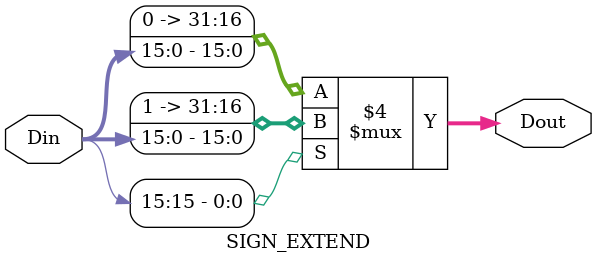
<source format=v>
`timescale 1ns / 1ns

module SIGN_EXTEND(
	input [15:0]Din,
	output reg [31:0]Dout
    );

	 always @*
begin
 //escribir en BR
 if (Din[15] == 1)
   Dout = {16'hFFFF,Din};
 else
	Dout = {16'h0000,Din};

end


endmodule


</source>
